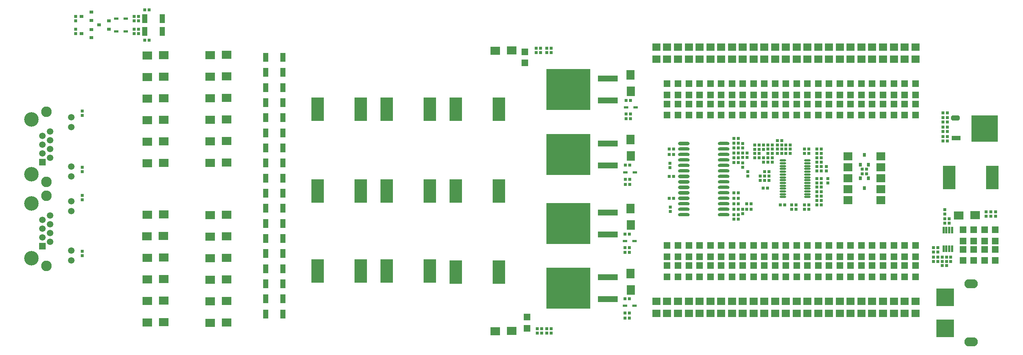
<source format=gts>
G04*
G04 #@! TF.GenerationSoftware,Altium Limited,Altium Designer,18.1.7 (191)*
G04*
G04 Layer_Color=8388736*
%FSLAX44Y44*%
%MOMM*%
G71*
G01*
G75*
%ADD37R,1.6016X1.6016*%
%ADD38R,1.2016X2.1016*%
%ADD39R,1.1016X0.5516*%
%ADD40R,0.7016X0.7016*%
%ADD41R,0.7016X0.7016*%
%ADD42R,0.6516X0.9016*%
%ADD43R,3.0016X5.5016*%
%ADD44R,1.9016X1.7016*%
%ADD45R,0.9016X0.6516*%
%ADD46R,1.9016X2.3016*%
G04:AMPARAMS|DCode=47|XSize=1.5716mm|YSize=0.5816mm|CornerRadius=0.1108mm|HoleSize=0mm|Usage=FLASHONLY|Rotation=270.000|XOffset=0mm|YOffset=0mm|HoleType=Round|Shape=RoundedRectangle|*
%AMROUNDEDRECTD47*
21,1,1.5716,0.3600,0,0,270.0*
21,1,1.3500,0.5816,0,0,270.0*
1,1,0.2216,-0.1800,-0.6750*
1,1,0.2216,-0.1800,0.6750*
1,1,0.2216,0.1800,0.6750*
1,1,0.2216,0.1800,-0.6750*
%
%ADD47ROUNDEDRECTD47*%
%ADD48R,2.3016X1.9016*%
%ADD49O,1.5016X0.4516*%
%ADD50R,6.1016X6.1016*%
G04:AMPARAMS|DCode=51|XSize=2.1016mm|YSize=1.1016mm|CornerRadius=0mm|HoleSize=0mm|Usage=FLASHONLY|Rotation=180.000|XOffset=0mm|YOffset=0mm|HoleType=Round|Shape=Octagon|*
%AMOCTAGOND51*
4,1,8,-1.0508,0.2754,-1.0508,-0.2754,-0.7754,-0.5508,0.7754,-0.5508,1.0508,-0.2754,1.0508,0.2754,0.7754,0.5508,-0.7754,0.5508,-1.0508,0.2754,0.0*
%
%ADD51OCTAGOND51*%

%ADD52R,2.1016X1.1016*%
%ADD53R,10.2616X9.6016*%
%ADD54R,4.6016X1.3516*%
%ADD55O,2.7016X0.7620*%
%ADD56O,2.7016X0.8016*%
%ADD57O,3.1016X2.1016*%
%ADD58R,4.1016X4.1016*%
%ADD59R,2.1016X1.9016*%
%ADD60C,1.4996*%
%ADD61C,2.4566*%
%ADD62C,3.3516*%
%ADD63R,1.4996X1.4996*%
D37*
X1515000Y242954D02*
D03*
Y217046D02*
D03*
X1510000Y832046D02*
D03*
Y857954D02*
D03*
X1965000Y711046D02*
D03*
Y736954D02*
D03*
X1940000Y711046D02*
D03*
Y736954D02*
D03*
X1915000Y711046D02*
D03*
Y736954D02*
D03*
X1890000Y711046D02*
D03*
Y736954D02*
D03*
X1865000Y711046D02*
D03*
Y736954D02*
D03*
X1840000Y711046D02*
D03*
Y736954D02*
D03*
X1990000Y758046D02*
D03*
Y783954D02*
D03*
X2015000Y758046D02*
D03*
Y783954D02*
D03*
X2390000Y711046D02*
D03*
Y736954D02*
D03*
X2365000Y711046D02*
D03*
Y736954D02*
D03*
X2040000Y758046D02*
D03*
Y783954D02*
D03*
X2065000Y758046D02*
D03*
Y783954D02*
D03*
X2090000Y758046D02*
D03*
Y783954D02*
D03*
X2115000Y758046D02*
D03*
Y783954D02*
D03*
X2140000Y758046D02*
D03*
Y783954D02*
D03*
X2165000Y758046D02*
D03*
Y783954D02*
D03*
X2415000Y711046D02*
D03*
Y736954D02*
D03*
X2290000Y758046D02*
D03*
Y783954D02*
D03*
X2265000Y758046D02*
D03*
Y783954D02*
D03*
X2240000Y758046D02*
D03*
Y783954D02*
D03*
X2215000Y758046D02*
D03*
Y783954D02*
D03*
X2190000Y758046D02*
D03*
Y783954D02*
D03*
X2340000Y758046D02*
D03*
Y783954D02*
D03*
X2315000Y758046D02*
D03*
Y783954D02*
D03*
X2365000Y758046D02*
D03*
Y783954D02*
D03*
X2525000Y399954D02*
D03*
Y374046D02*
D03*
X2550000Y399954D02*
D03*
Y374046D02*
D03*
X2600000Y444954D02*
D03*
Y419046D02*
D03*
X2575000Y444954D02*
D03*
Y419046D02*
D03*
X2165000Y711046D02*
D03*
Y736954D02*
D03*
X2190000Y711046D02*
D03*
Y736954D02*
D03*
X2215000Y711046D02*
D03*
Y736954D02*
D03*
X2240000Y711046D02*
D03*
Y736954D02*
D03*
X2265000Y711046D02*
D03*
Y736954D02*
D03*
X2290000Y711046D02*
D03*
Y736954D02*
D03*
X2315000Y711046D02*
D03*
Y736954D02*
D03*
X1915000Y758046D02*
D03*
Y783954D02*
D03*
X1940000Y758046D02*
D03*
Y783954D02*
D03*
X1890000Y758046D02*
D03*
Y783954D02*
D03*
X1840000Y758046D02*
D03*
Y783954D02*
D03*
X1865000Y758046D02*
D03*
Y783954D02*
D03*
X1965000Y758046D02*
D03*
Y783954D02*
D03*
X2340000Y711046D02*
D03*
Y736954D02*
D03*
X2575000Y399954D02*
D03*
Y374046D02*
D03*
X2600000Y399954D02*
D03*
Y374046D02*
D03*
X2525000Y444954D02*
D03*
Y419046D02*
D03*
X2115000Y711046D02*
D03*
Y736954D02*
D03*
X2090000Y711046D02*
D03*
Y736954D02*
D03*
X2065000Y711046D02*
D03*
Y736954D02*
D03*
X2140000Y711046D02*
D03*
Y736954D02*
D03*
X2040000Y711046D02*
D03*
Y736954D02*
D03*
X2015000Y711046D02*
D03*
Y736954D02*
D03*
X1990000Y711046D02*
D03*
Y736954D02*
D03*
X2415000Y758046D02*
D03*
Y783954D02*
D03*
X2390000Y758046D02*
D03*
Y783954D02*
D03*
X2550000Y444954D02*
D03*
Y419046D02*
D03*
X2415000Y336046D02*
D03*
Y361954D02*
D03*
X2390000Y336046D02*
D03*
Y361954D02*
D03*
X2365000Y336046D02*
D03*
Y361954D02*
D03*
X2340000Y336046D02*
D03*
Y361954D02*
D03*
X2415000Y383046D02*
D03*
Y408954D02*
D03*
X2390000Y383046D02*
D03*
Y408954D02*
D03*
X2365000Y383046D02*
D03*
Y408954D02*
D03*
X2340000Y383046D02*
D03*
Y408954D02*
D03*
X2315000Y336046D02*
D03*
Y361954D02*
D03*
X2290000Y336046D02*
D03*
Y361954D02*
D03*
X2265000Y336046D02*
D03*
Y361954D02*
D03*
X2240000Y336046D02*
D03*
Y361954D02*
D03*
X2215000Y336046D02*
D03*
Y361954D02*
D03*
X2190000Y336046D02*
D03*
Y361954D02*
D03*
X2165000Y336046D02*
D03*
Y361954D02*
D03*
X2140000Y336046D02*
D03*
Y361954D02*
D03*
X2115000Y336046D02*
D03*
Y361954D02*
D03*
X2090000Y336046D02*
D03*
Y361954D02*
D03*
X2315000Y383046D02*
D03*
Y408954D02*
D03*
X2290000Y383046D02*
D03*
Y408954D02*
D03*
X2265000Y383046D02*
D03*
Y408954D02*
D03*
X2240000Y383046D02*
D03*
Y408954D02*
D03*
X2215000Y383046D02*
D03*
Y408954D02*
D03*
X2190000Y383046D02*
D03*
Y408954D02*
D03*
X2165000Y383046D02*
D03*
Y408954D02*
D03*
X2140000Y383046D02*
D03*
Y408954D02*
D03*
X2115000Y383046D02*
D03*
Y408954D02*
D03*
X2090000Y383046D02*
D03*
Y408954D02*
D03*
X1890000Y336046D02*
D03*
Y361954D02*
D03*
X1940000Y383046D02*
D03*
Y408954D02*
D03*
X2040000Y383046D02*
D03*
Y408954D02*
D03*
X1990000Y336046D02*
D03*
Y361954D02*
D03*
X1965000Y336046D02*
D03*
Y361954D02*
D03*
X1890000Y383046D02*
D03*
Y408954D02*
D03*
X1990000Y383046D02*
D03*
Y408954D02*
D03*
X1915000Y336046D02*
D03*
Y361954D02*
D03*
X1965000Y383046D02*
D03*
Y408954D02*
D03*
X1865000Y336046D02*
D03*
Y361954D02*
D03*
X1840000Y336046D02*
D03*
Y361954D02*
D03*
X1940000Y336046D02*
D03*
Y361954D02*
D03*
X2040000Y336046D02*
D03*
Y361954D02*
D03*
X2065000Y383046D02*
D03*
Y408954D02*
D03*
X1915000Y383046D02*
D03*
Y408954D02*
D03*
X1865000Y383046D02*
D03*
Y408954D02*
D03*
X2065000Y336046D02*
D03*
Y361954D02*
D03*
X2015000Y383046D02*
D03*
Y408954D02*
D03*
Y336046D02*
D03*
Y361954D02*
D03*
X1840000Y383046D02*
D03*
Y408954D02*
D03*
D38*
X910000Y530000D02*
D03*
X950000D02*
D03*
X950000Y845000D02*
D03*
X910000D02*
D03*
X950000Y495000D02*
D03*
X910000D02*
D03*
Y810000D02*
D03*
X950000D02*
D03*
X910000Y460000D02*
D03*
X950000D02*
D03*
Y775000D02*
D03*
X910000D02*
D03*
X950000Y425000D02*
D03*
X910000D02*
D03*
X910000Y740000D02*
D03*
X950000D02*
D03*
X910000Y390000D02*
D03*
X950000D02*
D03*
Y705000D02*
D03*
X910000D02*
D03*
X950000Y355000D02*
D03*
X910000D02*
D03*
Y670000D02*
D03*
X950000D02*
D03*
X910000Y320000D02*
D03*
X950000D02*
D03*
Y635000D02*
D03*
X910000D02*
D03*
X950000Y285000D02*
D03*
X910000D02*
D03*
Y600000D02*
D03*
X950000D02*
D03*
X910000Y250000D02*
D03*
X950000D02*
D03*
Y565000D02*
D03*
X910000D02*
D03*
X670000Y935000D02*
D03*
X630000D02*
D03*
X670000Y905000D02*
D03*
X630000D02*
D03*
D39*
X564000Y935000D02*
D03*
X586000D02*
D03*
X564000Y905000D02*
D03*
X586000D02*
D03*
X1765000Y578000D02*
D03*
X1743000D02*
D03*
X1764000Y419000D02*
D03*
X1742000D02*
D03*
X1764000Y269000D02*
D03*
X1742000D02*
D03*
X1767000Y729000D02*
D03*
X1745000D02*
D03*
D40*
X605000Y940080D02*
D03*
Y929920D02*
D03*
X615000D02*
D03*
Y940080D02*
D03*
X2579000Y487080D02*
D03*
Y476920D02*
D03*
X2027000Y569918D02*
D03*
Y580078D02*
D03*
X2063000Y642080D02*
D03*
Y631920D02*
D03*
X2209000Y581920D02*
D03*
Y592080D02*
D03*
X2479000Y672920D02*
D03*
Y683080D02*
D03*
X2483000Y471080D02*
D03*
Y460920D02*
D03*
X2457000Y404080D02*
D03*
Y393920D02*
D03*
Y371920D02*
D03*
Y382080D02*
D03*
X2467000Y382080D02*
D03*
Y371920D02*
D03*
X2493000Y471080D02*
D03*
Y460920D02*
D03*
X2590000Y476920D02*
D03*
Y487080D02*
D03*
X2043000Y622080D02*
D03*
Y611920D02*
D03*
Y642080D02*
D03*
Y631920D02*
D03*
X2479000Y694920D02*
D03*
Y705080D02*
D03*
Y650920D02*
D03*
Y661080D02*
D03*
X2601000Y476920D02*
D03*
Y487080D02*
D03*
X2497000Y371920D02*
D03*
Y382080D02*
D03*
X2483000Y492080D02*
D03*
Y481920D02*
D03*
X2467000Y404080D02*
D03*
Y393920D02*
D03*
X470000Y910080D02*
D03*
Y899920D02*
D03*
Y929920D02*
D03*
Y940080D02*
D03*
X605000Y900000D02*
D03*
Y910160D02*
D03*
X485000Y395080D02*
D03*
Y384920D02*
D03*
Y590080D02*
D03*
Y579920D02*
D03*
Y514920D02*
D03*
Y525080D02*
D03*
Y709920D02*
D03*
Y720080D02*
D03*
X615000Y910080D02*
D03*
Y899920D02*
D03*
X2025000Y623078D02*
D03*
Y612918D02*
D03*
X2015000Y623078D02*
D03*
Y612918D02*
D03*
X2489000Y694920D02*
D03*
Y705080D02*
D03*
Y683080D02*
D03*
Y672920D02*
D03*
X2053000Y642080D02*
D03*
Y631920D02*
D03*
Y622080D02*
D03*
Y611920D02*
D03*
X2063000Y612080D02*
D03*
Y601920D02*
D03*
X1846000Y588920D02*
D03*
Y599080D02*
D03*
X1847000Y498080D02*
D03*
Y487920D02*
D03*
X2489000Y650920D02*
D03*
Y661080D02*
D03*
X2015000Y645078D02*
D03*
Y634918D02*
D03*
Y493078D02*
D03*
Y482918D02*
D03*
Y600078D02*
D03*
Y589918D02*
D03*
X2076000Y559918D02*
D03*
Y570078D02*
D03*
X2212000Y553918D02*
D03*
Y564078D02*
D03*
D41*
X629920Y955000D02*
D03*
X640080D02*
D03*
X1538920Y216000D02*
D03*
X1549080D02*
D03*
X1538920Y206000D02*
D03*
X1549080D02*
D03*
X1536920Y856000D02*
D03*
X1547080D02*
D03*
X1536920Y866000D02*
D03*
X1547080D02*
D03*
X1560920Y216000D02*
D03*
X1571080D02*
D03*
X1560920Y206000D02*
D03*
X1571080D02*
D03*
X1560920Y866000D02*
D03*
X1571080D02*
D03*
X1560920Y856000D02*
D03*
X1571080D02*
D03*
X2302080Y575000D02*
D03*
X2291920D02*
D03*
Y586000D02*
D03*
X2302080D02*
D03*
X2197080Y502998D02*
D03*
X2186920D02*
D03*
X2197080Y622000D02*
D03*
X2186920D02*
D03*
X2083080Y612000D02*
D03*
X2072920D02*
D03*
X2114920Y642000D02*
D03*
X2125080D02*
D03*
X2094920Y632000D02*
D03*
X2105080D02*
D03*
X2168080Y631998D02*
D03*
X2157920D02*
D03*
X2105080Y652000D02*
D03*
X2094920D02*
D03*
X1744920Y703000D02*
D03*
X1755080D02*
D03*
X2487080Y372000D02*
D03*
X2476920D02*
D03*
X2197080Y532998D02*
D03*
X2186920D02*
D03*
X2127920Y503000D02*
D03*
X2138080D02*
D03*
X2112080D02*
D03*
X2101920D02*
D03*
X2072920Y602000D02*
D03*
X2083080D02*
D03*
X2094920Y622000D02*
D03*
X2105080D02*
D03*
X2168080Y621998D02*
D03*
X2157920D02*
D03*
X2186920Y632000D02*
D03*
X2197080D02*
D03*
Y612000D02*
D03*
X2186920D02*
D03*
X2105080Y642000D02*
D03*
X2094920D02*
D03*
X1855080Y631998D02*
D03*
X1844920D02*
D03*
X2197080Y563998D02*
D03*
X2186920D02*
D03*
X2197080Y553998D02*
D03*
X2186920D02*
D03*
X2083080Y622000D02*
D03*
X2072920D02*
D03*
X2476920Y382000D02*
D03*
X2487080D02*
D03*
Y362000D02*
D03*
X2476920D02*
D03*
X2065920Y579998D02*
D03*
X2076080D02*
D03*
X2127920Y493000D02*
D03*
X2138080D02*
D03*
X2197080Y582000D02*
D03*
X2186920D02*
D03*
Y592000D02*
D03*
X2197080D02*
D03*
X1855080Y619998D02*
D03*
X1844920D02*
D03*
X1752080Y240000D02*
D03*
X1741920D02*
D03*
X1752080Y393000D02*
D03*
X1741920D02*
D03*
X1742920Y550000D02*
D03*
X1753080D02*
D03*
X1752080Y404000D02*
D03*
X1741920D02*
D03*
X1742920Y562000D02*
D03*
X1753080D02*
D03*
X1752080Y252000D02*
D03*
X1741920D02*
D03*
X1744920Y714000D02*
D03*
X1755080D02*
D03*
X629920Y885000D02*
D03*
X640080D02*
D03*
X1742920Y595000D02*
D03*
X1753080D02*
D03*
X2034080Y504998D02*
D03*
X2023920D02*
D03*
X2034080Y492998D02*
D03*
X2023920D02*
D03*
X2083080Y642000D02*
D03*
X2072920D02*
D03*
X2125080Y622000D02*
D03*
X2114920D02*
D03*
X2125080Y632000D02*
D03*
X2114920D02*
D03*
X1855080Y517998D02*
D03*
X1844920D02*
D03*
X1855080Y568998D02*
D03*
X1844920D02*
D03*
X2072920Y632000D02*
D03*
X2083080D02*
D03*
X2478920Y716000D02*
D03*
X2489080D02*
D03*
X1994920Y657000D02*
D03*
X2005080D02*
D03*
X1752080Y435000D02*
D03*
X1741920D02*
D03*
X1744920Y745000D02*
D03*
X1755080D02*
D03*
X1752080Y285000D02*
D03*
X1741920D02*
D03*
X2005080Y622998D02*
D03*
X1994920D02*
D03*
X2005080Y504998D02*
D03*
X1994920D02*
D03*
X2005080Y634998D02*
D03*
X1994920D02*
D03*
X2005080Y645998D02*
D03*
X1994920D02*
D03*
X1994920Y530998D02*
D03*
X2005080D02*
D03*
X1994840Y611998D02*
D03*
X2005000D02*
D03*
X1994920Y492998D02*
D03*
X2005080D02*
D03*
X1994920Y479998D02*
D03*
X2005080D02*
D03*
X1994920Y600998D02*
D03*
X2005080D02*
D03*
X1994920Y517998D02*
D03*
X2005080D02*
D03*
X2157920Y503000D02*
D03*
X2168080D02*
D03*
X2005080Y469998D02*
D03*
X1994920D02*
D03*
X2157920Y493000D02*
D03*
X2168080D02*
D03*
X2197080Y512998D02*
D03*
X2186920D02*
D03*
X2186920Y602000D02*
D03*
X2197080D02*
D03*
X2197080Y522998D02*
D03*
X2186920D02*
D03*
X2066080Y559998D02*
D03*
X2055920D02*
D03*
X2066080Y569998D02*
D03*
X2055920D02*
D03*
X2186920Y543998D02*
D03*
X2197080D02*
D03*
X2072080Y541998D02*
D03*
X2061920D02*
D03*
D42*
X2297000Y541500D02*
D03*
X2287500Y564500D02*
D03*
X2306500D02*
D03*
X2296800Y619200D02*
D03*
X2306300Y596200D02*
D03*
X2287300D02*
D03*
D43*
X1290000Y535000D02*
D03*
X1190000D02*
D03*
X1290000Y725000D02*
D03*
X1190000D02*
D03*
X2493000Y566000D02*
D03*
X2593000D02*
D03*
X1030000Y725000D02*
D03*
X1130000D02*
D03*
X1190000Y350000D02*
D03*
X1290000D02*
D03*
X1030000D02*
D03*
X1130000D02*
D03*
X1030000Y535000D02*
D03*
X1130000D02*
D03*
X1350000Y725000D02*
D03*
X1450000D02*
D03*
X1350000Y535000D02*
D03*
X1450000D02*
D03*
X1350000Y346998D02*
D03*
X1450000D02*
D03*
D44*
X2165000Y841000D02*
D03*
Y869000D02*
D03*
X2215000Y841000D02*
D03*
Y869000D02*
D03*
X2265000Y841000D02*
D03*
Y869000D02*
D03*
X2040000Y841000D02*
D03*
Y869000D02*
D03*
X1990000Y841000D02*
D03*
Y869000D02*
D03*
X1940000Y841000D02*
D03*
Y869000D02*
D03*
X1890000Y841000D02*
D03*
Y869000D02*
D03*
X1840000Y841000D02*
D03*
Y869000D02*
D03*
X2065000Y841000D02*
D03*
Y869000D02*
D03*
X2115000Y841000D02*
D03*
Y869000D02*
D03*
X2340000Y841000D02*
D03*
Y869000D02*
D03*
X2390000Y841000D02*
D03*
Y869000D02*
D03*
X2140000Y841000D02*
D03*
Y869000D02*
D03*
X2190000Y841000D02*
D03*
Y869000D02*
D03*
X2240000Y841000D02*
D03*
Y869000D02*
D03*
X2290000Y841000D02*
D03*
Y869000D02*
D03*
X2015000Y841000D02*
D03*
Y869000D02*
D03*
X1965000Y841000D02*
D03*
Y869000D02*
D03*
X1915000Y841000D02*
D03*
Y869000D02*
D03*
X1865000Y841000D02*
D03*
Y869000D02*
D03*
X1815000Y841000D02*
D03*
Y869000D02*
D03*
X2090000Y841000D02*
D03*
Y869000D02*
D03*
X2315000Y841000D02*
D03*
Y869000D02*
D03*
X2365000Y841000D02*
D03*
Y869000D02*
D03*
X2415000Y841000D02*
D03*
Y869000D02*
D03*
X2415000Y251000D02*
D03*
Y279000D02*
D03*
X2390000Y251000D02*
D03*
Y279000D02*
D03*
X2365000Y251000D02*
D03*
Y279000D02*
D03*
X2340000Y251000D02*
D03*
Y279000D02*
D03*
X2315000Y251000D02*
D03*
Y279000D02*
D03*
X2290000Y251000D02*
D03*
Y279000D02*
D03*
X2265000Y251000D02*
D03*
Y279000D02*
D03*
X2240000Y251000D02*
D03*
Y279000D02*
D03*
X2215000Y251000D02*
D03*
Y279000D02*
D03*
X2190000Y251000D02*
D03*
Y279000D02*
D03*
X2165000Y251000D02*
D03*
Y279000D02*
D03*
X2140000Y251000D02*
D03*
Y279000D02*
D03*
X2115000Y251000D02*
D03*
Y279000D02*
D03*
X2090000Y251000D02*
D03*
Y279000D02*
D03*
X2065000Y251000D02*
D03*
Y279000D02*
D03*
X1815000Y251000D02*
D03*
Y279000D02*
D03*
X1840000Y251000D02*
D03*
Y279000D02*
D03*
X1865000Y251000D02*
D03*
Y279000D02*
D03*
X1890000Y251000D02*
D03*
Y279000D02*
D03*
X1915000Y251000D02*
D03*
Y279000D02*
D03*
X1940000Y251000D02*
D03*
Y279000D02*
D03*
X1965000Y251000D02*
D03*
Y279000D02*
D03*
X1990000Y251000D02*
D03*
Y279000D02*
D03*
X2015000Y251000D02*
D03*
Y279000D02*
D03*
X2040000Y251000D02*
D03*
Y279000D02*
D03*
D45*
X546500Y910500D02*
D03*
Y929500D02*
D03*
X523500Y920000D02*
D03*
X506500Y890500D02*
D03*
Y909500D02*
D03*
X483500Y900000D02*
D03*
X506500Y930500D02*
D03*
Y949500D02*
D03*
X483500Y940000D02*
D03*
D46*
X1755000Y654000D02*
D03*
X1756000Y616000D02*
D03*
Y306000D02*
D03*
X1755000Y344000D02*
D03*
X1756000Y766000D02*
D03*
X1755000Y804000D02*
D03*
X1756000Y456000D02*
D03*
X1755000Y494000D02*
D03*
D47*
X2499750Y401500D02*
D03*
X2493250D02*
D03*
X2486750D02*
D03*
X2480250D02*
D03*
Y444500D02*
D03*
X2486750D02*
D03*
X2493250D02*
D03*
X2499750D02*
D03*
D48*
X2515000Y478000D02*
D03*
X2553000Y479000D02*
D03*
X674000Y600000D02*
D03*
X636000Y599000D02*
D03*
X819000Y851000D02*
D03*
X781000Y850000D02*
D03*
X636000Y849000D02*
D03*
X674000Y850000D02*
D03*
X781000Y229000D02*
D03*
X819000Y230000D02*
D03*
X674000Y231000D02*
D03*
X636000Y230000D02*
D03*
X781000Y479000D02*
D03*
X819000Y480000D02*
D03*
X781000Y429000D02*
D03*
X819000Y430000D02*
D03*
X781000Y379000D02*
D03*
X819000Y380000D02*
D03*
X781000Y329000D02*
D03*
X819000Y330000D02*
D03*
X781000Y279000D02*
D03*
X819000Y280000D02*
D03*
X674000Y481000D02*
D03*
X636000Y480000D02*
D03*
X673000Y431000D02*
D03*
X635000Y430000D02*
D03*
X674000Y381000D02*
D03*
X636000Y380000D02*
D03*
X674000Y331000D02*
D03*
X636000Y330000D02*
D03*
X674000Y281000D02*
D03*
X636000Y280000D02*
D03*
X819000Y601000D02*
D03*
X781000Y600000D02*
D03*
X819000Y651000D02*
D03*
X781000Y650000D02*
D03*
X819000Y701000D02*
D03*
X781000Y700000D02*
D03*
X819000Y751000D02*
D03*
X781000Y750000D02*
D03*
X819000Y801000D02*
D03*
X781000Y800000D02*
D03*
X636000Y799000D02*
D03*
X674000Y800000D02*
D03*
X636000Y749000D02*
D03*
X674000Y750000D02*
D03*
X636000Y699000D02*
D03*
X674000Y700000D02*
D03*
X636000Y649000D02*
D03*
X674000Y650000D02*
D03*
X1480000Y211000D02*
D03*
X1442000Y210000D02*
D03*
X1480000Y861000D02*
D03*
X1442000Y860000D02*
D03*
D49*
X2164374Y521278D02*
D03*
Y527778D02*
D03*
Y534278D02*
D03*
Y540778D02*
D03*
Y547278D02*
D03*
Y553778D02*
D03*
Y560278D02*
D03*
Y566778D02*
D03*
Y573278D02*
D03*
Y579778D02*
D03*
Y586278D02*
D03*
Y592778D02*
D03*
Y599278D02*
D03*
Y605778D02*
D03*
X2108374Y521278D02*
D03*
Y527778D02*
D03*
Y534278D02*
D03*
Y540778D02*
D03*
Y547278D02*
D03*
Y553778D02*
D03*
Y560278D02*
D03*
Y566778D02*
D03*
Y573278D02*
D03*
Y579778D02*
D03*
Y586278D02*
D03*
Y592778D02*
D03*
Y599278D02*
D03*
Y605778D02*
D03*
D50*
X2575500Y680000D02*
D03*
D51*
X2508000Y704000D02*
D03*
D52*
X2509000Y658000D02*
D03*
D53*
X1610790Y620000D02*
D03*
X1610790Y460000D02*
D03*
X1610790Y310000D02*
D03*
Y770000D02*
D03*
D54*
X1702230Y594600D02*
D03*
Y645400D02*
D03*
X1702230Y434600D02*
D03*
Y485400D02*
D03*
X1702230Y284600D02*
D03*
Y335400D02*
D03*
Y744600D02*
D03*
Y795400D02*
D03*
D55*
X1970782Y479896D02*
D03*
Y492596D02*
D03*
Y505296D02*
D03*
Y517996D02*
D03*
Y530696D02*
D03*
Y543396D02*
D03*
Y556096D02*
D03*
Y568796D02*
D03*
Y581496D02*
D03*
Y594196D02*
D03*
Y606896D02*
D03*
Y619596D02*
D03*
Y632296D02*
D03*
Y644996D02*
D03*
X1878782Y479896D02*
D03*
Y492596D02*
D03*
Y505296D02*
D03*
Y581496D02*
D03*
Y594196D02*
D03*
Y606896D02*
D03*
Y619596D02*
D03*
Y632296D02*
D03*
D56*
Y517996D02*
D03*
Y530696D02*
D03*
Y543396D02*
D03*
Y556096D02*
D03*
Y568796D02*
D03*
Y644996D02*
D03*
D57*
X2544000Y320000D02*
D03*
Y185000D02*
D03*
D58*
X2484000Y288500D02*
D03*
Y216500D02*
D03*
D59*
X2335200Y514000D02*
D03*
Y539400D02*
D03*
Y564800D02*
D03*
Y590200D02*
D03*
Y615600D02*
D03*
X2259000D02*
D03*
Y590200D02*
D03*
Y564800D02*
D03*
Y539400D02*
D03*
Y514000D02*
D03*
D60*
X459148Y592067D02*
D03*
Y569167D02*
D03*
Y683467D02*
D03*
Y706367D02*
D03*
X410848Y673367D02*
D03*
X393048Y663167D02*
D03*
X410848Y652967D02*
D03*
X393048Y642767D02*
D03*
X410848Y632567D02*
D03*
X393048Y622367D02*
D03*
X410848Y612167D02*
D03*
X459148Y397067D02*
D03*
Y374168D02*
D03*
Y488467D02*
D03*
Y511367D02*
D03*
X410848Y478368D02*
D03*
X393048Y468167D02*
D03*
X410848Y457967D02*
D03*
X393048Y447767D02*
D03*
X410848Y437567D02*
D03*
X393048Y427368D02*
D03*
X410848Y417168D02*
D03*
D61*
X401948Y556467D02*
D03*
Y719067D02*
D03*
Y361468D02*
D03*
Y524067D02*
D03*
D62*
X367648Y574267D02*
D03*
Y701267D02*
D03*
Y379268D02*
D03*
Y506268D02*
D03*
D63*
X393048Y601967D02*
D03*
Y406968D02*
D03*
M02*

</source>
